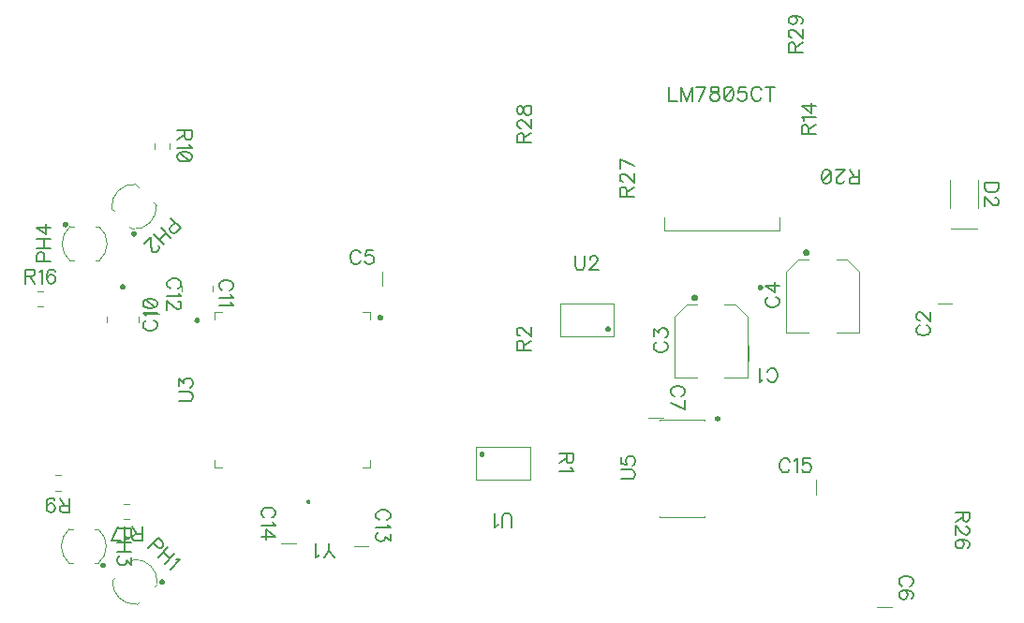
<source format=gbr>
G04 DipTrace 5.1.0.3*
G04 Íèæíÿÿìàðêèðîâêà.gbr*
%MOMM*%
G04 #@! TF.FileFunction,Legend,Bot*
G04 #@! TF.Part,Single*
%ADD10C,0.12*%
%ADD34C,0.1*%
%ADD106C,0.19608*%
%FSLAX35Y35*%
G04*
G71*
G90*
G75*
G01*
G04 BotSilk*
%LPD*%
X8689590Y4934096D2*
D10*
X8689603Y4804196D1*
X10529927Y5317656D2*
X10400027Y5317644D1*
X8016983Y4650508D2*
X8221980Y4650437D1*
X8016983Y4650508D2*
X8016957Y5200431D1*
X8126975Y5310406D2*
X8016957Y5200431D1*
X8126975Y5310406D2*
X8221948Y5310411D1*
X8471986Y4650449D2*
X8676983Y4650539D1*
X8676957Y5200462D1*
X8566928Y5310427D2*
X8676957Y5200462D1*
X8471955Y5310423D2*
X8566928Y5310427D1*
G36*
X8201963Y5340513D2*
X8198050Y5340769D1*
X8194204Y5341534D1*
X8190490Y5342795D1*
X8186973Y5344529D1*
X8183712Y5346708D1*
X8180764Y5349293D1*
X8178178Y5352241D1*
X8175999Y5355502D1*
X8174264Y5359019D1*
X8173004Y5362732D1*
X8172238Y5366579D1*
X8171982Y5370492D1*
X8172238Y5374405D1*
X8173003Y5378251D1*
X8174263Y5381965D1*
X8175998Y5385482D1*
X8178176Y5388743D1*
X8180762Y5391691D1*
X8183710Y5394277D1*
X8186971Y5396456D1*
X8190488Y5398190D1*
X8194201Y5399451D1*
X8198047Y5400216D1*
X8201960Y5400473D1*
X8201994D1*
X8205907Y5400217D1*
X8209753Y5399452D1*
X8213467Y5398192D1*
X8216984Y5396457D1*
X8220245Y5394279D1*
X8223193Y5391693D1*
X8225779Y5388745D1*
X8227958Y5385484D1*
X8229693Y5381967D1*
X8230953Y5378254D1*
X8231718Y5374408D1*
X8231975Y5370495D1*
X8231719Y5366581D1*
X8230954Y5362735D1*
X8229694Y5359022D1*
X8227959Y5355504D1*
X8225781Y5352244D1*
X8223195Y5349295D1*
X8220247Y5346709D1*
X8216986Y5344530D1*
X8213469Y5342796D1*
X8209756Y5341535D1*
X8205910Y5340770D1*
X8201997Y5340513D1*
X8201963D1*
G37*
X9025915Y5061056D2*
D10*
X9230911Y5060983D1*
X9025915Y5061056D2*
X9025896Y5610979D1*
X9135916Y5720953D2*
X9025896Y5610979D1*
X9135916Y5720953D2*
X9230889Y5720956D1*
X9480918Y5060991D2*
X9685915Y5061078D1*
X9685896Y5611001D1*
X9575869Y5720967D2*
X9685896Y5611001D1*
X9480896Y5720964D2*
X9575869Y5720967D1*
G36*
X9210905Y5751059D2*
X9206992Y5751315D1*
X9203146Y5752080D1*
X9199432Y5753340D1*
X9195915Y5755075D1*
X9192654Y5757253D1*
X9189706Y5759839D1*
X9187120Y5762787D1*
X9184941Y5766048D1*
X9183207Y5769565D1*
X9181946Y5773278D1*
X9181181Y5777124D1*
X9180924Y5781038D1*
X9181180Y5784951D1*
X9181945Y5788797D1*
X9183206Y5792511D1*
X9184940Y5796028D1*
X9187119Y5799288D1*
X9189704Y5802237D1*
X9192653Y5804823D1*
X9195913Y5807002D1*
X9199430Y5808736D1*
X9203144Y5809997D1*
X9206990Y5810762D1*
X9210903Y5811019D1*
X9210936D1*
X9214850Y5810762D1*
X9218696Y5809997D1*
X9222409Y5808737D1*
X9225927Y5807003D1*
X9229187Y5804824D1*
X9232136Y5802238D1*
X9234722Y5799290D1*
X9236900Y5796029D1*
X9238635Y5792512D1*
X9239896Y5788799D1*
X9240661Y5784953D1*
X9240917Y5781040D1*
X9240661Y5777126D1*
X9239896Y5773280D1*
X9238636Y5769567D1*
X9236901Y5766049D1*
X9234723Y5762789D1*
X9232137Y5759840D1*
X9229189Y5757254D1*
X9225928Y5755076D1*
X9222411Y5753341D1*
X9218698Y5752080D1*
X9214852Y5751315D1*
X9210938Y5751059D1*
X9210905D1*
G37*
X5378262Y5477089D2*
D10*
X5378258Y5606989D1*
X9851041Y2572331D2*
X9980941Y2572336D1*
X7787213Y4286567D2*
X7917113D1*
G36*
X3033326Y5444170D2*
X3030063Y5444384D1*
X3026856Y5445022D1*
X3023760Y5446073D1*
X3020827Y5447519D1*
X3018109Y5449335D1*
X3015650Y5451491D1*
X3013495Y5453949D1*
X3011678Y5456668D1*
X3010232Y5459600D1*
X3009181Y5462697D1*
X3008543Y5465904D1*
X3008329Y5469166D1*
X3008543Y5472429D1*
X3009180Y5475636D1*
X3010231Y5478732D1*
X3011677Y5481665D1*
X3013494Y5484383D1*
X3015650Y5486842D1*
X3018108Y5488998D1*
X3020827Y5490814D1*
X3023759Y5492260D1*
X3026855Y5493312D1*
X3030062Y5493949D1*
X3033325Y5494163D1*
X3033338D1*
X3036601Y5493950D1*
X3039808Y5493312D1*
X3042904Y5492261D1*
X3045837Y5490815D1*
X3048555Y5488998D1*
X3051014Y5486842D1*
X3053170Y5484384D1*
X3054986Y5481665D1*
X3056432Y5478733D1*
X3057484Y5475637D1*
X3058122Y5472430D1*
X3058335Y5469167D1*
X3058122Y5465904D1*
X3057484Y5462698D1*
X3056433Y5459601D1*
X3054987Y5456669D1*
X3053170Y5453950D1*
X3051014Y5451492D1*
X3048556Y5449336D1*
X3045837Y5447519D1*
X3042905Y5446073D1*
X3039809Y5445022D1*
X3036602Y5444384D1*
X3033339Y5444170D1*
X3033326D1*
G37*
X3173337Y5204149D2*
D10*
X3173338Y5154156D1*
X2893337Y5204144D2*
X2893338Y5154151D1*
G36*
X3705939Y5190613D2*
X3709202Y5190400D1*
X3712409Y5189762D1*
X3715505Y5188711D1*
X3718438Y5187265D1*
X3721156Y5185449D1*
X3723615Y5183293D1*
X3725771Y5180835D1*
X3727588Y5178117D1*
X3729034Y5175184D1*
X3730085Y5172088D1*
X3730723Y5168881D1*
X3730937Y5165618D1*
X3730724Y5162356D1*
X3730086Y5159149D1*
X3729035Y5156053D1*
X3727589Y5153120D1*
X3725773Y5150401D1*
X3723617Y5147943D1*
X3721159Y5145787D1*
X3718441Y5143970D1*
X3715508Y5142523D1*
X3712412Y5141472D1*
X3709205Y5140834D1*
X3705943Y5140620D1*
X3705929D1*
X3702666Y5140834D1*
X3699460Y5141471D1*
X3696363Y5142522D1*
X3693431Y5143968D1*
X3690712Y5145784D1*
X3688253Y5147940D1*
X3686097Y5150398D1*
X3684281Y5153117D1*
X3682834Y5156049D1*
X3681783Y5159145D1*
X3681145Y5162352D1*
X3680931Y5165615D1*
X3681144Y5168878D1*
X3681782Y5172085D1*
X3682833Y5175181D1*
X3684279Y5178114D1*
X3686095Y5180832D1*
X3688251Y5183291D1*
X3690709Y5185447D1*
X3693428Y5187264D1*
X3696360Y5188710D1*
X3699456Y5189761D1*
X3702663Y5190399D1*
X3705926Y5190613D1*
X3705939D1*
G37*
X3565916Y5430627D2*
D10*
X3565912Y5480620D1*
X3845916Y5430646D2*
X3845912Y5480640D1*
X3236453Y5223462D2*
X3366353Y5223471D1*
X5124754Y3130324D2*
X5254654Y3130329D1*
X4466183Y3150430D2*
X4596083D1*
X9294413Y3594355D2*
X9294407Y3724255D1*
X10763733Y6183627D2*
D34*
X10763719Y6437627D1*
X10509733Y6183613D2*
X10509719Y6437613D1*
X10756743Y6000627D2*
X10516743Y6000613D1*
X8970239Y6094316D2*
X8970248Y5981316D1*
X7928248Y5981237D1*
X7928239Y6094237D1*
G36*
X8773287Y5464511D2*
X8773501Y5467775D1*
X8774139Y5470982D1*
X8775190Y5474079D1*
X8776636Y5477012D1*
X8778452Y5479731D1*
X8780608Y5482190D1*
X8783067Y5484346D1*
X8785786Y5486163D1*
X8788719Y5487610D1*
X8791815Y5488661D1*
X8795022Y5489299D1*
X8798286Y5489513D1*
X8801549Y5489300D1*
X8804756Y5488662D1*
X8807853Y5487611D1*
X8810786Y5486165D1*
X8813505Y5484348D1*
X8815964Y5482192D1*
X8818120Y5479734D1*
X8819937Y5477015D1*
X8821384Y5474082D1*
X8822435Y5470986D1*
X8823073Y5467778D1*
X8823287Y5464515D1*
D1*
X8823074Y5461252D1*
X8822436Y5458045D1*
X8821385Y5454948D1*
X8819939Y5452015D1*
X8818122Y5449296D1*
X8815967Y5446837D1*
X8813508Y5444681D1*
X8810789Y5442864D1*
X8807856Y5441417D1*
X8804760Y5440366D1*
X8801553Y5439727D1*
X8798289Y5439513D1*
X8795026Y5439727D1*
X8791819Y5440365D1*
X8788722Y5441416D1*
X8785789Y5442862D1*
X8783070Y5444678D1*
X8780611Y5446834D1*
X8778455Y5449293D1*
X8776638Y5452012D1*
X8775191Y5454944D1*
X8774140Y5458041D1*
X8773502Y5461248D1*
X8773287Y5464511D1*
D1*
G37*
X3345029Y2787554D2*
D10*
X3322338Y2764863D1*
X3125828Y3006760D2*
X3100276Y2981207D1*
X3345029Y2787554D2*
G03X3125828Y3006760I-200771J18434D01*
G01*
X3159642Y2602167D2*
G02X2940439Y2821370I-17435J201768D01*
G01*
G36*
X3371055Y2822141D2*
X3373514Y2824297D1*
X3376233Y2826114D1*
X3379166Y2827560D1*
X3382262Y2828612D1*
X3385470Y2829249D1*
X3388733Y2829463D1*
X3391996Y2829249D1*
X3395203Y2828612D1*
X3398300Y2827560D1*
X3401233Y2826114D1*
X3403952Y2824297D1*
X3406411Y2822141D1*
X3408567Y2819682D1*
X3410384Y2816963D1*
X3411830Y2814030D1*
X3412881Y2810934D1*
X3413519Y2807727D1*
X3413733Y2804463D1*
X3413519Y2801200D1*
X3412881Y2797993D1*
X3411830Y2794896D1*
X3410384Y2791963D1*
X3408567Y2789244D1*
X3406411Y2786786D1*
D1*
X3403952Y2784630D1*
X3401233Y2782813D1*
X3398300Y2781366D1*
X3395203Y2780315D1*
X3391996Y2779677D1*
X3388733Y2779463D1*
X3385470Y2779677D1*
X3382262Y2780315D1*
X3379166Y2781366D1*
X3376233Y2782813D1*
X3373514Y2784630D1*
X3371055Y2786786D1*
X3368899Y2789244D1*
X3367082Y2791963D1*
X3365636Y2794896D1*
X3364585Y2797993D1*
X3363947Y2801200D1*
X3363733Y2804463D1*
X3363947Y2807727D1*
X3364585Y2810934D1*
X3365636Y2814030D1*
X3367082Y2816963D1*
X3368899Y2819682D1*
X3371055Y2822141D1*
D1*
G37*
X3182336Y2624861D2*
D10*
X3159642Y2602167D1*
X2965989Y2846920D2*
X2940439Y2821370D1*
X3119132Y5992871D2*
X3096440Y6015561D1*
X3338332Y6212077D2*
X3312779Y6237628D1*
X3119132Y5992871D2*
G03X3338332Y6212077I18429J200772D01*
G01*
X2933741Y6178253D2*
G02X3152939Y6397461I201768J17440D01*
G01*
G36*
X3153720Y5966845D2*
X3155876Y5964387D1*
X3157693Y5961668D1*
X3159139Y5958735D1*
X3160190Y5955638D1*
X3160828Y5952431D1*
X3161042Y5949168D1*
X3160829Y5945905D1*
X3160191Y5942697D1*
X3159140Y5939601D1*
X3157693Y5936668D1*
X3155877Y5933949D1*
X3153720Y5931490D1*
X3151262Y5929334D1*
X3148543Y5927517D1*
X3145610Y5926070D1*
X3142513Y5925019D1*
X3139306Y5924381D1*
X3136043Y5924167D1*
X3132780Y5924381D1*
X3129572Y5925019D1*
X3126476Y5926070D1*
X3123543Y5927516D1*
X3120824Y5929333D1*
X3118365Y5931489D1*
D1*
X3116209Y5933948D1*
X3114392Y5936667D1*
X3112946Y5939599D1*
X3111894Y5942696D1*
X3111256Y5945903D1*
X3111042Y5949166D1*
X3111256Y5952430D1*
X3111894Y5955637D1*
X3112945Y5958734D1*
X3114391Y5961667D1*
X3116208Y5964386D1*
X3118364Y5966844D1*
X3120823Y5969001D1*
X3123542Y5970817D1*
X3126475Y5972264D1*
X3129571Y5973315D1*
X3132779Y5973953D1*
X3136042Y5974167D1*
X3139305Y5973953D1*
X3142512Y5973315D1*
X3145609Y5972264D1*
X3148542Y5970818D1*
X3151261Y5969001D1*
X3153720Y5966845D1*
D1*
G37*
X2956435Y6155560D2*
D10*
X2933741Y6178253D1*
X3178489Y6371912D2*
X3152939Y6397461D1*
X2812427Y2971267D2*
X2780337Y2971266D1*
X2812423Y3281267D2*
X2776286Y3281266D1*
X2812427Y2971267D2*
G03X2812423Y3281267I-128936J154998D01*
G01*
X2550251Y2971260D2*
G02X2550243Y3281260I130339J155003D01*
G01*
G36*
X2855287Y2977321D2*
X2858550Y2977107D1*
X2861758Y2976469D1*
X2864854Y2975418D1*
X2867787Y2973972D1*
X2870506Y2972155D1*
X2872965Y2969999D1*
X2875121Y2967541D1*
X2876938Y2964822D1*
X2878384Y2961889D1*
X2879436Y2958792D1*
X2880074Y2955585D1*
X2880288Y2952322D1*
X2880074Y2949058D1*
X2879436Y2945851D1*
X2878385Y2942755D1*
X2876939Y2939822D1*
X2875122Y2937102D1*
X2872966Y2934644D1*
X2870507Y2932488D1*
X2867788Y2930671D1*
X2864855Y2929224D1*
X2861759Y2928173D1*
X2858551Y2927535D1*
X2855288Y2927321D1*
D1*
X2852025Y2927535D1*
X2848818Y2928173D1*
X2845721Y2929224D1*
X2842788Y2930670D1*
X2840069Y2932487D1*
X2837610Y2934643D1*
X2835454Y2937101D1*
X2833637Y2939820D1*
X2832191Y2942753D1*
X2831140Y2945850D1*
X2830502Y2949057D1*
X2830288Y2952320D1*
X2830501Y2955584D1*
X2831139Y2958791D1*
X2832190Y2961888D1*
X2833637Y2964820D1*
X2835453Y2967540D1*
X2837610Y2969998D1*
X2840068Y2972154D1*
X2842787Y2973971D1*
X2845720Y2975418D1*
X2848817Y2976469D1*
X2852024Y2977107D1*
X2855287Y2977321D1*
D1*
G37*
X2582344Y2971261D2*
D10*
X2550251Y2971260D1*
X2586376Y3281261D2*
X2550243Y3281260D1*
X2557947Y6015161D2*
X2590037Y6015162D1*
X2557950Y5705161D2*
X2594086Y5705162D1*
X2557947Y6015161D2*
G03X2557950Y5705161I128935J-154999D01*
G01*
X2820124Y6015166D2*
G02X2820130Y5705166I-130340J-155002D01*
G01*
G36*
X2515087Y6009107D2*
X2511824Y6009321D1*
X2508617Y6009959D1*
X2505520Y6011010D1*
X2502587Y6012456D1*
X2499868Y6014273D1*
X2497410Y6016429D1*
X2495253Y6018888D1*
X2493437Y6021607D1*
X2491990Y6024539D1*
X2490939Y6027636D1*
X2490301Y6030843D1*
X2490087Y6034107D1*
X2490301Y6037370D1*
X2490939Y6040577D1*
X2491990Y6043674D1*
X2493436Y6046607D1*
X2495253Y6049326D1*
X2497409Y6051784D1*
X2499868Y6053941D1*
X2502587Y6055757D1*
X2505519Y6057204D1*
X2508616Y6058255D1*
X2511823Y6058893D1*
X2515086Y6059107D1*
D1*
X2518350Y6058893D1*
X2521557Y6058255D1*
X2524654Y6057204D1*
X2527587Y6055758D1*
X2530306Y6053941D1*
X2532764Y6051785D1*
X2534920Y6049326D1*
X2536737Y6046607D1*
X2538184Y6043674D1*
X2539235Y6040578D1*
X2539873Y6037371D1*
X2540087Y6034107D1*
X2539873Y6030844D1*
X2539235Y6027637D1*
X2538184Y6024540D1*
X2536738Y6021607D1*
X2534921Y6018888D1*
X2532765Y6016430D1*
X2530306Y6014273D1*
X2527587Y6012457D1*
X2524654Y6011010D1*
X2521558Y6009959D1*
X2518351Y6009321D1*
X2515087Y6009107D1*
D1*
G37*
X2788031Y6015165D2*
D10*
X2820124Y6015166D1*
X2783996Y5705165D2*
X2820130Y5705166D1*
X2420092Y3629906D2*
D34*
X2472092Y3629907D1*
X2420088Y3769906D2*
X2472088Y3769907D1*
X3460138Y6717066D2*
X3460136Y6769066D1*
X3320138Y6717061D2*
X3320136Y6769061D1*
X2316834Y5432165D2*
X2264834Y5432162D1*
X2316840Y5292165D2*
X2264840Y5292162D1*
X3041438Y3369963D2*
X3093438Y3369964D1*
X3041435Y3509963D2*
X3093435Y3509964D1*
X6716127Y3731230D2*
D10*
Y4026230D1*
X6226127D1*
Y3731230D1*
X6716127D1*
G36*
X6305627Y3958103D2*
X6305413Y3954840D1*
X6304775Y3951633D1*
X6303724Y3948536D1*
X6302277Y3945603D1*
X6300461Y3942884D1*
X6298304Y3940426D1*
X6295846Y3938270D1*
X6293127Y3936453D1*
X6290194Y3935006D1*
X6287097Y3933955D1*
X6283890Y3933317D1*
X6280627Y3933103D1*
X6277364Y3933317D1*
X6274156Y3933955D1*
X6271060Y3935006D1*
X6268127Y3936453D1*
X6265408Y3938270D1*
X6262949Y3940426D1*
X6260793Y3942884D1*
X6258976Y3945603D1*
X6257530Y3948536D1*
X6256479Y3951633D1*
X6255841Y3954840D1*
X6255627Y3958103D1*
D1*
X6255841Y3961367D1*
X6256479Y3964574D1*
X6257530Y3967670D1*
X6258976Y3970603D1*
X6260793Y3973322D1*
X6262949Y3975781D1*
X6265408Y3977937D1*
X6268127Y3979754D1*
X6271060Y3981200D1*
X6274156Y3982252D1*
X6277364Y3982889D1*
X6280627Y3983103D1*
X6283890Y3982889D1*
X6287097Y3982252D1*
X6290194Y3981200D1*
X6293127Y3979754D1*
X6295846Y3977937D1*
X6298304Y3975781D1*
X6300461Y3973322D1*
X6302277Y3970603D1*
X6303724Y3967670D1*
X6304775Y3964574D1*
X6305413Y3961367D1*
X6305627Y3958103D1*
D1*
G37*
X6983667Y5315840D2*
D10*
Y5020840D1*
X7473667D1*
Y5315840D1*
X6983667D1*
G36*
X7394167Y5088967D2*
X7394381Y5092230D1*
X7395019Y5095437D1*
X7396070Y5098534D1*
X7397516Y5101467D1*
X7399333Y5104186D1*
X7401489Y5106644D1*
X7403948Y5108801D1*
X7406667Y5110617D1*
X7409600Y5112064D1*
X7412696Y5113115D1*
X7415904Y5113753D1*
X7419167Y5113967D1*
X7422430Y5113753D1*
X7425637Y5113115D1*
X7428734Y5112064D1*
X7431667Y5110617D1*
X7434386Y5108801D1*
X7436844Y5106644D1*
X7439001Y5104186D1*
X7440817Y5101467D1*
X7442264Y5098534D1*
X7443315Y5095437D1*
X7443953Y5092230D1*
X7444167Y5088967D1*
D1*
X7443953Y5085704D1*
X7443315Y5082496D1*
X7442264Y5079400D1*
X7440817Y5076467D1*
X7439001Y5073748D1*
X7436844Y5071289D1*
X7434386Y5069133D1*
X7431667Y5067316D1*
X7428734Y5065870D1*
X7425637Y5064819D1*
X7422430Y5064181D1*
X7419167Y5063967D1*
X7415904Y5064181D1*
X7412696Y5064819D1*
X7409600Y5065870D1*
X7406667Y5067316D1*
X7403948Y5069133D1*
X7401489Y5071289D1*
X7399333Y5073748D1*
X7397516Y5076467D1*
X7396070Y5079400D1*
X7395019Y5082496D1*
X7394381Y5085704D1*
X7394167Y5088967D1*
D1*
G37*
X5198210Y5240603D2*
D10*
X5265210D1*
Y5173603D1*
X3865210D2*
Y5240603D1*
X3932210D1*
Y3840603D2*
X3865210D1*
Y3907603D1*
X5265210D2*
Y3840603D1*
X5198210D1*
G36*
X5361210Y5167603D2*
X5357947Y5167817D1*
X5354740Y5168455D1*
X5351643Y5169506D1*
X5348710Y5170953D1*
X5345991Y5172770D1*
X5343532Y5174926D1*
X5341376Y5177384D1*
X5339559Y5180103D1*
X5338113Y5183036D1*
X5337062Y5186133D1*
X5336424Y5189340D1*
X5336210Y5192603D1*
X5336424Y5195867D1*
X5337062Y5199074D1*
X5338113Y5202170D1*
X5339559Y5205103D1*
X5341376Y5207822D1*
X5343532Y5210281D1*
X5345991Y5212437D1*
X5348710Y5214254D1*
X5351643Y5215700D1*
X5354740Y5216752D1*
X5357947Y5217389D1*
X5361210Y5217603D1*
D1*
X5364473Y5217389D1*
X5367680Y5216752D1*
X5370777Y5215700D1*
X5373710Y5214254D1*
X5376429Y5212437D1*
X5378888Y5210281D1*
X5381044Y5207822D1*
X5382861Y5205103D1*
X5384307Y5202170D1*
X5385358Y5199074D1*
X5385996Y5195867D1*
X5386210Y5192603D1*
X5385996Y5189340D1*
X5385358Y5186133D1*
X5384307Y5183036D1*
X5382861Y5180103D1*
X5381044Y5177384D1*
X5378888Y5174926D1*
X5376429Y5172770D1*
X5373710Y5170953D1*
X5370777Y5169506D1*
X5367680Y5168455D1*
X5364473Y5167817D1*
X5361210Y5167603D1*
D1*
G37*
X7888793Y4260037D2*
D10*
Y4266037D1*
X8288793D1*
Y4260037D1*
X7888793Y3396037D2*
Y3390037D1*
X8288793D1*
Y3396037D1*
G36*
X8409793Y4254037D2*
X8406530Y4254251D1*
X8403323Y4254889D1*
X8400226Y4255940D1*
X8397293Y4257386D1*
X8394574Y4259203D1*
X8392116Y4261359D1*
X8389960Y4263818D1*
X8388143Y4266537D1*
X8386696Y4269470D1*
X8385645Y4272566D1*
X8385007Y4275774D1*
X8384793Y4279037D1*
X8385007Y4282300D1*
X8385645Y4285507D1*
X8386696Y4288604D1*
X8388143Y4291537D1*
X8389960Y4294256D1*
X8392116Y4296714D1*
X8394574Y4298871D1*
X8397293Y4300687D1*
X8400226Y4302134D1*
X8403323Y4303185D1*
X8406530Y4303823D1*
X8409793Y4304037D1*
D1*
X8413057Y4303823D1*
X8416264Y4303185D1*
X8419360Y4302134D1*
X8422293Y4300687D1*
X8425012Y4298871D1*
X8427471Y4296714D1*
X8429627Y4294256D1*
X8431444Y4291537D1*
X8432890Y4288604D1*
X8433941Y4285507D1*
X8434579Y4282300D1*
X8434793Y4279037D1*
X8434579Y4275774D1*
X8433941Y4272566D1*
X8432890Y4269470D1*
X8431444Y4266537D1*
X8429627Y4263818D1*
X8427471Y4261359D1*
X8425012Y4259203D1*
X8422293Y4257386D1*
X8419360Y4255940D1*
X8416264Y4254889D1*
X8413057Y4254251D1*
X8409793Y4254037D1*
D1*
G37*
G36*
X4710818Y3507487D2*
X4708273Y3507654D1*
X4705772Y3508151D1*
X4703357Y3508971D1*
X4701069Y3510099D1*
X4698949Y3511516D1*
X4697031Y3513198D1*
X4695349Y3515115D1*
X4693932Y3517236D1*
X4692804Y3519523D1*
X4691984Y3521938D1*
X4691487Y3524440D1*
X4691320Y3526985D1*
X4691487Y3529530D1*
X4691984Y3532032D1*
X4692804Y3534447D1*
X4693932Y3536734D1*
X4695349Y3538855D1*
X4697031Y3540772D1*
X4698949Y3542454D1*
X4701069Y3543871D1*
X4703357Y3544999D1*
X4705772Y3545819D1*
X4708273Y3546317D1*
X4710818Y3546483D1*
X4711095D1*
X4713640Y3546317D1*
X4716142Y3545819D1*
X4718557Y3544999D1*
X4720844Y3543871D1*
X4722965Y3542454D1*
X4724882Y3540772D1*
X4726564Y3538855D1*
X4727981Y3536734D1*
X4729109Y3534447D1*
X4729929Y3532032D1*
X4730427Y3529530D1*
X4730593Y3526985D1*
X4730427Y3524440D1*
X4729929Y3521938D1*
X4729109Y3519523D1*
X4727981Y3517236D1*
X4726564Y3515115D1*
X4724882Y3513198D1*
X4722965Y3511516D1*
X4720844Y3510099D1*
X4718557Y3508971D1*
X4716142Y3508151D1*
X4713640Y3507654D1*
X4711095Y3507487D1*
X4710818D1*
G37*
X8858930Y4638499D2*
D106*
X8864968Y4626426D1*
X8877182Y4614214D1*
X8889256Y4608179D1*
X8913543Y4608181D1*
X8925756Y4614219D1*
X8937827Y4626433D1*
X8944003Y4638507D1*
X8950038Y4656758D1*
X8950035Y4687221D1*
X8943997Y4705330D1*
X8937819Y4717543D1*
X8925745Y4729615D1*
X8913530Y4735791D1*
X8889244Y4735788D1*
X8877171Y4729610D1*
X8864959Y4717536D1*
X8858924Y4705322D1*
X8819715Y4632599D2*
X8807502Y4626421D1*
X8789254Y4608309D1*
X8789242Y4735779D1*
X10234331Y5121013D2*
X10222259Y5114975D1*
X10210046Y5102760D1*
X10204011Y5090687D1*
X10204013Y5066400D1*
X10210051Y5054187D1*
X10222266Y5042115D1*
X10234339Y5035940D1*
X10252590Y5029905D1*
X10283053Y5029907D1*
X10301162Y5035946D1*
X10313375Y5042124D1*
X10325447Y5054198D1*
X10331623Y5066412D1*
X10331621Y5090698D1*
X10325443Y5102771D1*
X10313368Y5114983D1*
X10301154Y5121019D1*
X10234468Y5166405D2*
X10228431D1*
X10216217Y5172440D1*
X10210180Y5178476D1*
X10204142Y5190689D1*
X10204140Y5214976D1*
X10210175Y5227049D1*
X10216211Y5233086D1*
X10228424Y5239264D1*
X10240497Y5239265D1*
X10252711Y5233090D1*
X10270822Y5221018D1*
X10331614Y5160237D1*
X10331606Y5245310D1*
X7861304Y4972617D2*
X7849231Y4966580D1*
X7837018Y4954366D1*
X7830982Y4942293D1*
X7830983Y4918006D1*
X7837021Y4905793D1*
X7849235Y4893721D1*
X7861308Y4887544D1*
X7879558Y4881509D1*
X7910022Y4881510D1*
X7928131Y4887547D1*
X7940344Y4893725D1*
X7952417Y4905799D1*
X7958593Y4918012D1*
X7958592Y4942299D1*
X7952414Y4954372D1*
X7940341Y4966585D1*
X7928127Y4972620D1*
X7831119Y5024045D2*
X7831116Y5090728D1*
X7879690Y5054370D1*
Y5072620D1*
X7885726Y5084694D1*
X7891762Y5090731D1*
X7910011Y5096908D1*
X7922085Y5096909D1*
X7940335Y5090733D1*
X7952549Y5078660D1*
X7958586Y5060411D1*
X7958587Y5042161D1*
X7952551Y5024051D1*
X7946375Y5018014D1*
X7934302Y5011836D1*
X8870240Y5380149D2*
X8858168Y5374113D1*
X8845955Y5361899D1*
X8839918Y5349825D1*
X8839919Y5325539D1*
X8845956Y5313326D1*
X8858170Y5301253D1*
X8870243Y5295076D1*
X8888493Y5289040D1*
X8918957Y5289041D1*
X8937066Y5295079D1*
X8949280Y5301256D1*
X8961352Y5313329D1*
X8967529Y5325543D1*
X8967528Y5349830D1*
X8961351Y5361902D1*
X8949277Y5374116D1*
X8937064Y5380152D1*
X8967524Y5480155D2*
X8840054Y5480151D1*
X8924989Y5419367D1*
X8924986Y5510477D1*
X5181637Y5772696D2*
X5175600Y5784769D1*
X5163386Y5796982D1*
X5151313Y5803019D1*
X5127026Y5803018D1*
X5114813Y5796981D1*
X5102740Y5784767D1*
X5096564Y5772694D1*
X5090528Y5754444D1*
X5090529Y5723980D1*
X5096566Y5705871D1*
X5102743Y5693658D1*
X5114817Y5681585D1*
X5127030Y5675408D1*
X5151317Y5675409D1*
X5163390Y5681586D1*
X5175603Y5693660D1*
X5181639Y5705873D1*
X5293711Y5802882D2*
X5233065Y5802881D1*
X5227030Y5748271D1*
X5233067Y5754308D1*
X5251317Y5760485D1*
X5269426Y5760486D1*
X5287676Y5754309D1*
X5299890Y5742236D1*
X5305927Y5723987D1*
X5305928Y5711914D1*
X5299892Y5693663D1*
X5287678Y5681450D1*
X5269429Y5675412D1*
X5251319D1*
X5233069Y5681448D1*
X5227032Y5687625D1*
X5220855Y5699698D1*
X10146646Y2765870D2*
X10158719Y2771907D1*
X10170932Y2784121D1*
X10176968Y2796195D1*
X10176967Y2820481D1*
X10170930Y2832695D1*
X10158716Y2844767D1*
X10146643Y2850944D1*
X10128393Y2856979D1*
X10097929Y2856978D1*
X10079820Y2850941D1*
X10067607Y2844763D1*
X10055534Y2832690D1*
X10049358Y2820476D1*
X10049359Y2796190D1*
X10055536Y2784117D1*
X10067610Y2771904D1*
X10079823Y2765868D1*
X10158724Y2653796D2*
X10170797Y2659833D1*
X10176833Y2678083D1*
X10176832Y2690156D1*
X10170795Y2708406D1*
X10152544Y2720618D1*
X10122221Y2726654D1*
X10091898Y2726653D1*
X10067612Y2720615D1*
X10055399Y2708401D1*
X10049363Y2690151D1*
Y2684114D1*
X10055400Y2666005D1*
X10067614Y2653792D1*
X10085865Y2647756D1*
X10091901D1*
X10110151Y2653794D1*
X10122223Y2666008D1*
X10128259Y2684118D1*
Y2690154D1*
X10122222Y2708404D1*
X10110148Y2720617D1*
X10091898Y2726653D1*
X8082827Y4483183D2*
X8094900Y4489219D1*
X8107113Y4501433D1*
X8113150Y4513506D1*
Y4537793D1*
X8107113Y4550006D1*
X8094900Y4562079D1*
X8082827Y4568256D1*
X8064577Y4574293D1*
X8034113D1*
X8016004Y4568256D1*
X8003790Y4562079D1*
X7991717Y4550006D1*
X7985540Y4537793D1*
Y4513506D1*
X7991717Y4501433D1*
X8003790Y4489219D1*
X8016004Y4483183D1*
X7985540Y4419681D2*
X8113010Y4358894D1*
Y4443967D1*
X3246736Y5167738D2*
X3234663Y5161701D1*
X3222450Y5149488D1*
X3216413Y5137415D1*
X3216414Y5113128D1*
X3222450Y5100915D1*
X3234664Y5088842D1*
X3246737Y5082665D1*
X3264987Y5076629D1*
X3295451D1*
X3313560Y5082666D1*
X3325774Y5088843D1*
X3337847Y5100917D1*
X3344023Y5113130D1*
Y5137417D1*
X3337846Y5149490D1*
X3325772Y5161703D1*
X3313559Y5167739D1*
X3240839Y5206954D2*
X3234662Y5219167D1*
X3216552Y5237417D1*
X3344021Y5237419D1*
X3216550Y5313132D2*
X3222587Y5294883D1*
X3240838Y5282669D1*
X3271161Y5276633D1*
X3289411Y5276634D1*
X3319734Y5282671D1*
X3337983Y5294885D1*
X3344020Y5313135D1*
X3344019Y5325208D1*
X3337983Y5343458D1*
X3319732Y5355530D1*
X3289409Y5361707D1*
X3271159D1*
X3240836Y5355529D1*
X3222586Y5343456D1*
X3216550Y5325205D1*
Y5313132D1*
X3240836Y5355529D2*
X3319734Y5282671D1*
X4001579Y5439765D2*
X4013651Y5445802D1*
X4025864Y5458017D1*
X4031899Y5470090D1*
X4031898Y5494377D1*
X4025860Y5506590D1*
X4013646Y5518662D1*
X4001573Y5524838D1*
X3983322Y5530873D1*
X3952859Y5530871D1*
X3934750Y5524833D1*
X3922536Y5518656D1*
X3910464Y5506582D1*
X3904288Y5494368D1*
X3904290Y5470081D1*
X3910468Y5458009D1*
X3922542Y5445796D1*
X3934755Y5439760D1*
X4007477Y5400550D2*
X4013655Y5388337D1*
X4031766Y5370088D1*
X3904297Y5370079D1*
X4007482Y5330871D2*
X4013660Y5318658D1*
X4031771Y5300409D1*
X3904302Y5300400D1*
X3532050Y5454939D2*
X3544123Y5460976D1*
X3556335Y5473190D1*
X3562371Y5485264D1*
X3562369Y5509550D1*
X3556332Y5521763D1*
X3544118Y5533836D1*
X3532044Y5540012D1*
X3513794Y5546047D1*
X3483330Y5546045D1*
X3465221Y5540007D1*
X3453008Y5533829D1*
X3440936Y5521755D1*
X3434760Y5509541D1*
X3434761Y5485255D1*
X3440939Y5473182D1*
X3453013Y5460970D1*
X3465227Y5454934D1*
X3537949Y5415723D2*
X3544127Y5403510D1*
X3562238Y5385262D1*
X3434768Y5385253D1*
X3531918Y5339867D2*
X3537954D1*
X3550168Y5333832D1*
X3556205Y5327795D1*
X3562242Y5315582D1*
X3562244Y5291296D1*
X3556208Y5279222D1*
X3550172Y5273185D1*
X3537959Y5267008D1*
X3525886Y5267007D1*
X3513672Y5273183D1*
X3495562Y5285255D1*
X3434771Y5346037D1*
X3434777Y5260964D1*
X5420358Y3361792D2*
X5432431Y3367829D1*
X5444644Y3380043D1*
X5450680Y3392116D1*
X5450679Y3416403D1*
X5444642Y3428616D1*
X5432428Y3440688D1*
X5420355Y3446865D1*
X5402104Y3452901D1*
X5371641Y3452899D1*
X5353532Y3446862D1*
X5341318Y3440685D1*
X5329246Y3428611D1*
X5323069Y3416398D1*
X5323070Y3392111D1*
X5329248Y3380038D1*
X5341321Y3367825D1*
X5353535Y3361789D1*
X5426256Y3322576D2*
X5432433Y3310363D1*
X5450544Y3292114D1*
X5323074Y3292109D1*
X5450546Y3240685D2*
X5450548Y3174002D1*
X5401974Y3210360D1*
X5401975Y3192110D1*
X5395939Y3180036D1*
X5389902Y3174000D1*
X5371653Y3167822D1*
X5359579Y3167821D1*
X5341329Y3173998D1*
X5329115Y3186070D1*
X5323078Y3204320D1*
X5323077Y3222570D1*
X5329113Y3240680D1*
X5335290Y3246717D1*
X5347363Y3252894D1*
X4382735Y3384904D2*
X4394808Y3390941D1*
X4407022Y3403154D1*
X4413058Y3415227D1*
Y3439514D1*
X4407022Y3451727D1*
X4394808Y3463800D1*
X4382735Y3469977D1*
X4364485Y3476014D1*
X4334022D1*
X4315912Y3469977D1*
X4303699Y3463800D1*
X4291626Y3451727D1*
X4285449Y3439514D1*
Y3415227D1*
X4291626Y3403154D1*
X4303699Y3390941D1*
X4315912Y3384904D1*
X4388631Y3345688D2*
X4394808Y3333475D1*
X4412918Y3315225D1*
X4285449D1*
Y3215223D2*
X4412918D1*
X4327985Y3276009D1*
Y3184900D1*
X9062944Y3889958D2*
X9056907Y3902031D1*
X9044693Y3914244D1*
X9032620Y3920280D1*
X9008333Y3920279D1*
X8996120Y3914242D1*
X8984047Y3902028D1*
X8977871Y3889954D1*
X8971835Y3871704D1*
X8971837Y3841240D1*
X8977874Y3823131D1*
X8984051Y3810918D1*
X8996125Y3798845D1*
X9008339Y3792669D1*
X9032625Y3792670D1*
X9044698Y3798848D1*
X9056911Y3810921D1*
X9062947Y3823135D1*
X9102159Y3895856D2*
X9114373Y3902033D1*
X9132622Y3920144D1*
X9132627Y3792675D1*
X9244697Y3920149D2*
X9184051Y3920146D1*
X9178017Y3865536D1*
X9184053Y3871573D1*
X9202303Y3877751D1*
X9220412D1*
X9238663Y3871575D1*
X9250877Y3859503D1*
X9256914Y3841253D1*
X9256915Y3829180D1*
X9250879Y3810930D1*
X9238666Y3798716D1*
X9220416Y3792678D1*
X9202307D1*
X9184056Y3798713D1*
X9178020Y3804890D1*
X9171842Y3816963D1*
X10949708Y6408318D2*
X10822098Y6408311D1*
X10822100Y6365775D1*
X10828278Y6347525D1*
X10840352Y6335312D1*
X10852566Y6329276D1*
X10870676Y6323241D1*
X10901139Y6323242D1*
X10919389Y6329280D1*
X10931462Y6335317D1*
X10943674Y6347531D1*
X10949710Y6365782D1*
X10949708Y6408318D1*
X10919251Y6277851D2*
X10925288D1*
X10937502Y6271815D1*
X10943538Y6265779D1*
X10949576Y6253566D1*
X10949577Y6229279D1*
X10943541Y6217206D1*
X10937505Y6211169D1*
X10925292Y6204992D1*
X10913219Y6204991D1*
X10901005Y6211167D1*
X10882895Y6223239D1*
X10822105Y6284022D1*
X10822109Y6198949D1*
X7968724Y7279227D2*
X7968734Y7151617D1*
X8041593Y7151623D1*
X8177955Y7151633D2*
X8177945Y7279243D1*
X8129382Y7151629D1*
X8080799Y7279235D1*
X8080809Y7151626D1*
X8241457Y7151638D2*
X8302234Y7279112D1*
X8217161Y7279105D1*
X8371773Y7279117D2*
X8353664Y7273079D1*
X8347488Y7261006D1*
X8347489Y7248792D1*
X8353667Y7236719D1*
X8365740Y7230543D1*
X8390027Y7224509D1*
X8408278Y7218474D1*
X8420352Y7206261D1*
X8426389Y7194189D1*
X8426390Y7175939D1*
X8420355Y7163865D1*
X8414319Y7157688D1*
X8396069Y7151650D1*
X8371783Y7151648D1*
X8353673Y7157683D1*
X8347495Y7163859D1*
X8341458Y7175932D1*
X8341456Y7194182D1*
X8347492Y7206256D1*
X8359704Y7218470D1*
X8377814Y7224508D1*
X8402100Y7230546D1*
X8414313Y7236724D1*
X8420348Y7248798D1*
X8420347Y7261011D1*
X8414310Y7273084D1*
X8396059Y7279119D1*
X8371773Y7279117D1*
X8502098Y7279127D2*
X8483849Y7273089D1*
X8471637Y7254838D1*
X8465602Y7224515D1*
X8465604Y7206265D1*
X8471643Y7175942D1*
X8483857Y7157693D1*
X8502108Y7151658D1*
X8514181Y7151659D1*
X8532431Y7157697D1*
X8544502Y7175948D1*
X8550677Y7206271D1*
X8550675Y7224521D1*
X8544496Y7254844D1*
X8532422Y7273093D1*
X8514171Y7279128D1*
X8502098Y7279127D1*
X8544496Y7254844D2*
X8471643Y7175942D1*
X8662747Y7279139D2*
X8602100Y7279135D1*
X8596068Y7224525D1*
X8602104Y7230562D1*
X8620354Y7236740D1*
X8638463Y7236741D1*
X8656714Y7230566D1*
X8668928Y7218494D1*
X8674966Y7200244D1*
X8674967Y7188171D1*
X8668932Y7169920D1*
X8656719Y7157706D1*
X8638470Y7151668D1*
X8620360Y7151667D1*
X8602110Y7157702D1*
X8596073Y7163878D1*
X8589895Y7175951D1*
X8805288Y7248967D2*
X8799250Y7261040D1*
X8787036Y7273253D1*
X8774962Y7279288D1*
X8750676Y7279286D1*
X8738463Y7273249D1*
X8726391Y7261034D1*
X8720215Y7248961D1*
X8714179Y7230710D1*
X8714182Y7200247D1*
X8720220Y7182138D1*
X8726398Y7169925D1*
X8738472Y7157853D1*
X8750685Y7151677D1*
X8774972Y7151679D1*
X8787045Y7157856D1*
X8799257Y7169930D1*
X8805293Y7182144D1*
X8887038Y7279297D2*
X8887047Y7151687D1*
X8844501Y7279293D2*
X8929574Y7279300D1*
X3306744Y3156686D2*
X3345458Y3117971D1*
X3362532Y3109434D1*
X3371267D1*
X3384073Y3113703D1*
X3396977Y3126608D1*
X3401246Y3139413D1*
Y3148149D1*
X3392709Y3165222D1*
X3353995Y3203937D1*
X3263761Y3113703D1*
X3441880Y3116051D2*
X3351647Y3025818D1*
X3502036Y3055895D2*
X3411802Y2965662D1*
X3398898Y3073069D2*
X3459053Y3012913D1*
X3512493Y3010893D2*
X3525497Y3006625D1*
X3551207Y3006526D1*
X3461073Y2916391D1*
X3507569Y6050473D2*
X3468856Y6011758D1*
X3460320Y5994683D1*
Y5985948D1*
X3464589Y5973143D1*
X3477494Y5960238D1*
X3490299Y5955970D1*
X3499035D1*
X3516109Y5964508D1*
X3554822Y6003223D1*
X3464586Y6093454D1*
X3466938Y5915335D2*
X3376703Y6005567D1*
X3406784Y5855178D2*
X3316548Y5945409D1*
X3423955Y5958317D2*
X3363800Y5898160D1*
X3353146Y5844620D2*
X3357415Y5840352D1*
X3361783Y5827447D1*
Y5818910D1*
X3357415Y5806005D1*
X3340243Y5788832D1*
X3327437Y5784563D1*
X3318900D1*
X3305896Y5788831D1*
X3297359Y5797368D1*
X3293090Y5810372D1*
X3288821Y5831714D1*
X3288819Y5917679D1*
X3228665Y5857522D1*
X3046363Y3286665D2*
X3046364Y3231915D1*
X3052401Y3213805D1*
X3058578Y3207628D1*
X3070651Y3201592D1*
X3088901Y3201593D1*
X3100974Y3207629D1*
X3107151Y3213807D1*
X3113187Y3231916D1*
X3113186Y3286666D1*
X2985576Y3286663D1*
X3113189Y3162378D2*
X2985579Y3162374D1*
X3113191Y3077304D2*
X2985581Y3077301D1*
X3052402Y3162376D2*
X3052405Y3077303D1*
X3113052Y3025875D2*
X3113054Y2959193D1*
X3064480Y2995551D1*
Y2977301D1*
X3058444Y2965228D1*
X3052408Y2959191D1*
X3034158Y2953014D1*
X3022085Y2953013D1*
X3003834Y2959190D1*
X2991621Y2971263D1*
X2985584Y2989512D1*
X2985583Y3007762D1*
X2991619Y3025872D1*
X2997796Y3031909D1*
X3009869Y3038086D1*
X2324010Y5696747D2*
X2324009Y5751497D1*
X2317972Y5769606D1*
X2311795Y5775783D1*
X2299721Y5781819D1*
X2281471D1*
X2269399Y5775782D1*
X2263222Y5769605D1*
X2257186Y5751495D1*
X2257187Y5696745D1*
X2384796Y5696748D1*
X2257184Y5821034D2*
X2384794Y5821036D1*
X2257183Y5906107D2*
X2384792Y5906110D1*
X2317971Y5821035D2*
X2317969Y5906108D1*
X2384790Y6006112D2*
X2257321Y6006109D1*
X2342255Y5945324D1*
X2342253Y6036434D1*
X7043957Y3962743D2*
Y3908133D1*
X7050134Y3889883D1*
X7056170Y3883706D1*
X7068243Y3877670D1*
X7080457D1*
X7092530Y3883706D1*
X7098707Y3889883D1*
X7104743Y3908133D1*
Y3962743D1*
X6977134D1*
X7043957Y3920206D2*
X6977134Y3877670D1*
X7080316Y3838454D2*
X7086493Y3826241D1*
X7104603Y3807991D1*
X6977134D1*
X6654917Y4899056D2*
Y4953665D1*
X6648740Y4971915D1*
X6642703Y4978092D1*
X6630630Y4984129D1*
X6618417D1*
X6606344Y4978092D1*
X6600167Y4971915D1*
X6594130Y4953665D1*
Y4899056D1*
X6721740D1*
X6654917Y4941592D2*
X6721740Y4984129D1*
X6624594Y5029521D2*
X6618557D1*
X6606344Y5035558D1*
X6600307Y5041595D1*
X6594270Y5053808D1*
Y5078095D1*
X6600307Y5090168D1*
X6606344Y5096204D1*
X6618557Y5102381D1*
X6630630D1*
X6642844Y5096204D1*
X6660953Y5084131D1*
X6721740Y5023345D1*
Y5108418D1*
X2547757Y3494709D2*
X2493148Y3494708D1*
X2474898Y3488530D1*
X2468721Y3482494D1*
X2462685Y3470420D1*
Y3458207D1*
X2468722Y3446134D1*
X2474899Y3439957D1*
X2493149Y3433921D1*
X2547759Y3433922D1*
X2547756Y3561532D1*
X2505221Y3494708D2*
X2462683Y3561530D1*
X2344432Y3476454D2*
X2350609Y3494705D1*
X2362682Y3506918D1*
X2380931Y3512955D1*
X2386968D1*
X2405218Y3506919D1*
X2417292Y3494706D1*
X2423469Y3476456D1*
Y3470420D1*
X2417292Y3452169D1*
X2405220Y3440096D1*
X2386970Y3434059D1*
X2380933D1*
X2362683Y3440095D1*
X2350610Y3452168D1*
X2344432Y3476454D1*
Y3506918D1*
X2350608Y3537241D1*
X2362681Y3555491D1*
X2380930Y3561528D1*
X2393003Y3561529D1*
X2411254Y3555492D1*
X2417290Y3543279D1*
X3595331Y6882592D2*
X3595333Y6827983D1*
X3601511Y6809733D1*
X3607548Y6803556D1*
X3619621Y6797520D1*
X3631835Y6797521D1*
X3643907Y6803558D1*
X3650084Y6809735D1*
X3656120Y6827985D1*
X3656118Y6882595D1*
X3528508Y6882589D1*
X3595333Y6840056D2*
X3528511Y6797516D1*
X3631696Y6758305D2*
X3637873Y6746092D1*
X3655984Y6727842D1*
X3528514Y6727837D1*
X3655987Y6652127D2*
X3649949Y6670376D1*
X3631699Y6682589D1*
X3601375Y6688624D1*
X3583125D1*
X3552803Y6682586D1*
X3534553Y6670372D1*
X3528517Y6652122D1*
X3528518Y6640048D1*
X3534555Y6621799D1*
X3552806Y6609726D1*
X3583129Y6603551D1*
X3601379D1*
X3631702Y6609730D1*
X3649951Y6621803D1*
X3655987Y6640054D1*
Y6652127D1*
X3631702Y6609730D2*
X3552803Y6682586D1*
X9228873Y6847805D2*
X9228871Y6902415D1*
X9222693Y6920664D1*
X9216656Y6926841D1*
X9204583Y6932877D1*
X9192369Y6932876D1*
X9180297Y6926839D1*
X9174120Y6920662D1*
X9168084Y6902412D1*
X9168087Y6847802D1*
X9295696Y6847808D1*
X9228871Y6890342D2*
X9295692Y6932881D1*
X9192508Y6972092D2*
X9186330Y6984305D1*
X9168220Y7002554D1*
X9295689Y7002560D1*
X9295684Y7102563D2*
X9168215Y7102557D1*
X9253151Y7041774D1*
X9253146Y7132884D1*
X2154396Y5567357D2*
X2209005Y5567360D1*
X2227255Y5573538D1*
X2233432Y5579574D1*
X2239468Y5591648D1*
X2239467Y5603861D1*
X2233430Y5615934D1*
X2227253Y5622111D1*
X2209003Y5628146D1*
X2154393Y5628144D1*
X2154399Y5500534D1*
X2196932Y5567359D2*
X2239472Y5500538D1*
X2278683Y5603723D2*
X2290896Y5609900D1*
X2309145Y5628010D1*
X2309151Y5500541D1*
X2421221Y5609906D2*
X2415184Y5621979D1*
X2396934Y5628014D1*
X2384861D1*
X2366611Y5621976D1*
X2354398Y5603726D1*
X2348363Y5573403D1*
X2348365Y5543079D1*
X2354402Y5518793D1*
X2366616Y5506580D1*
X2384866Y5500545D1*
X2390903D1*
X2409012Y5506582D1*
X2421225Y5518796D1*
X2427261Y5537046D1*
Y5543083D1*
X2421223Y5561333D1*
X2409009Y5573405D1*
X2390900Y5579441D1*
X2384863D1*
X2366613Y5573403D1*
X2354400Y5561330D1*
X2348365Y5543079D1*
X3206962Y3234766D2*
X3152352Y3234765D1*
X3134102Y3228588D1*
X3127925Y3222551D1*
X3121889Y3210478D1*
Y3198264D1*
X3127926Y3186192D1*
X3134103Y3180015D1*
X3152353Y3173979D1*
X3206963Y3173980D1*
X3206960Y3301589D1*
X3164425Y3234765D2*
X3121887Y3301588D1*
X3082674Y3198404D2*
X3070460Y3192227D1*
X3052211Y3174117D1*
X3052208Y3301586D1*
X2988706Y3301585D2*
X2927922Y3174114D1*
X3012995Y3174116D1*
X9684569Y6461961D2*
X9629959Y6461957D1*
X9611709Y6455779D1*
X9605533Y6449742D1*
X9599497Y6437669D1*
X9599498Y6425455D1*
X9605535Y6413383D1*
X9611713Y6407206D1*
X9629963Y6401171D1*
X9684573Y6401174D1*
X9684564Y6528784D1*
X9642032Y6461958D2*
X9599491Y6528778D1*
X9554105Y6431629D2*
Y6425593D1*
X9548070Y6413379D1*
X9542033Y6407342D1*
X9529820Y6401305D1*
X9505534Y6401303D1*
X9493460Y6407339D1*
X9487423Y6413375D1*
X9481246Y6425588D1*
X9481245Y6437661D1*
X9487421Y6449875D1*
X9499493Y6467985D1*
X9560275Y6528776D1*
X9475202Y6528770D1*
X9399495Y6401296D2*
X9417745Y6407334D1*
X9429957Y6425585D1*
X9435991Y6455908D1*
X9435990Y6474158D1*
X9429952Y6504481D1*
X9417737Y6522730D1*
X9399487Y6528765D1*
X9387414Y6528764D1*
X9369164Y6522727D1*
X9357092Y6504476D1*
X9350917Y6474152D1*
X9350918Y6455902D1*
X9357097Y6425580D1*
X9369172Y6407331D1*
X9387422Y6401295D1*
X9399495Y6401296D1*
X9357097Y6425580D2*
X9429952Y6504481D1*
X10625140Y3433198D2*
X10625142Y3378589D1*
X10631320Y3360339D1*
X10637357Y3354162D1*
X10649430Y3348126D1*
X10661644Y3348127D1*
X10673716Y3354164D1*
X10679893Y3360341D1*
X10685929Y3378591D1*
X10685927Y3433201D1*
X10558317Y3433196D1*
X10625142Y3390662D2*
X10558321Y3348123D1*
X10655468Y3302734D2*
X10661505D1*
X10673719Y3296698D1*
X10679756Y3290662D1*
X10685793Y3278449D1*
X10685794Y3254162D1*
X10679757Y3242089D1*
X10673721Y3236052D1*
X10661508Y3229874D1*
X10649435D1*
X10637221Y3236050D1*
X10619111Y3248123D1*
X10558322Y3308907D1*
X10558326Y3223834D1*
X10667690Y3111763D2*
X10679763Y3117800D1*
X10685798Y3136050D1*
Y3148123D1*
X10679761Y3166373D1*
X10661510Y3178586D1*
X10631187Y3184621D1*
X10600864Y3184620D1*
X10576577Y3178582D1*
X10564364Y3166368D1*
X10558329Y3148118D1*
Y3142082D1*
X10564366Y3123972D1*
X10576580Y3111759D1*
X10594830Y3105723D1*
X10600867Y3105724D1*
X10619117Y3111761D1*
X10631189Y3123975D1*
X10637225Y3142085D1*
Y3148121D1*
X10631187Y3166371D1*
X10619114Y3178584D1*
X10600864Y3184620D1*
X7587562Y6288041D2*
X7587560Y6342651D1*
X7581383Y6360901D1*
X7575346Y6367078D1*
X7563273Y6373114D1*
X7551059Y6373113D1*
X7538986Y6367076D1*
X7532810Y6360899D1*
X7526774Y6342649D1*
X7526776Y6288039D1*
X7654385Y6288044D1*
X7587561Y6330578D2*
X7654382Y6373117D1*
X7557235Y6418506D2*
X7551198D1*
X7538985Y6424542D1*
X7532948Y6430578D1*
X7526911Y6442792D1*
X7526910Y6467078D1*
X7532946Y6479151D1*
X7538983Y6485188D1*
X7551196Y6491366D1*
X7563269D1*
X7575483Y6485189D1*
X7593593Y6473117D1*
X7654381Y6412332D1*
X7654378Y6497406D1*
X7654376Y6560908D2*
X7526905Y6621690D1*
X7526908Y6536617D1*
X6660355Y6776095D2*
X6660354Y6830705D1*
X6654176Y6848954D1*
X6648139Y6855131D1*
X6636066Y6861167D1*
X6623853D1*
X6611780Y6855130D1*
X6605603Y6848953D1*
X6599567Y6830703D1*
X6599569Y6776093D1*
X6727179Y6776097D1*
X6660354Y6818632D2*
X6727176Y6861170D1*
X6630028Y6906560D2*
X6623992Y6906559D1*
X6611778Y6912596D1*
X6605741Y6918632D1*
X6599704Y6930845D1*
X6599703Y6955132D1*
X6605740Y6967205D1*
X6611776Y6973242D1*
X6623989Y6979419D1*
X6636062D1*
X6648276Y6973243D1*
X6666386Y6961170D1*
X6727174Y6900386D1*
X6727172Y6985459D1*
X6599700Y7054994D2*
X6605737Y7036884D1*
X6617810Y7030708D1*
X6630024D1*
X6642097Y7036885D1*
X6648273Y7048959D1*
X6654309Y7073245D1*
X6660345Y7091496D1*
X6672558Y7103569D1*
X6684631Y7109606D1*
X6702881Y7109607D1*
X6714954Y7103570D1*
X6721131Y7097534D1*
X6727169Y7079284D1*
Y7054998D1*
X6721133Y7036888D1*
X6714957Y7030711D1*
X6702884Y7024674D1*
X6684634Y7024673D1*
X6672560Y7030709D1*
X6660347Y7042923D1*
X6654309Y7061032D1*
X6648272Y7085318D1*
X6642095Y7097532D1*
X6630022Y7103568D1*
X6617808Y7103567D1*
X6605735Y7097530D1*
X6599699Y7079280D1*
X6599700Y7054994D1*
X9110553Y7592320D2*
Y7646929D1*
X9104376Y7665179D1*
X9098340Y7671356D1*
X9086267Y7677393D1*
X9074053D1*
X9061980Y7671356D1*
X9055803Y7665179D1*
X9049767Y7646929D1*
Y7592320D1*
X9177376D1*
X9110553Y7634856D2*
X9177376Y7677393D1*
X9080230Y7722785D2*
X9074194D1*
X9061980Y7728822D1*
X9055944Y7734858D1*
X9049907Y7747072D1*
Y7771358D1*
X9055944Y7783432D1*
X9061980Y7789468D1*
X9074194Y7795645D1*
X9086267D1*
X9098480Y7789468D1*
X9116590Y7777395D1*
X9177376Y7716608D1*
Y7801682D1*
X9092303Y7919934D2*
X9110553Y7913757D1*
X9122767Y7901684D1*
X9128803Y7883434D1*
Y7877397D1*
X9122767Y7859147D1*
X9110553Y7847074D1*
X9092303Y7840897D1*
X9086267D1*
X9068017Y7847074D1*
X9055944Y7859147D1*
X9049907Y7877397D1*
Y7883434D1*
X9055944Y7901684D1*
X9068017Y7913757D1*
X9092303Y7919934D1*
X9122767D1*
X9153090Y7913757D1*
X9171340Y7901684D1*
X9177376Y7883434D1*
Y7871361D1*
X9171340Y7853111D1*
X9159126Y7847074D1*
X6548503Y3297743D2*
Y3388853D1*
X6542466Y3407103D1*
X6530253Y3419176D1*
X6512003Y3425353D1*
X6499930D1*
X6481680Y3419176D1*
X6469466Y3407103D1*
X6463430Y3388853D1*
Y3297743D1*
X6424214Y3322170D2*
X6412001Y3315993D1*
X6393751Y3297884D1*
Y3425353D1*
X7123986Y5749327D2*
Y5658217D1*
X7130022Y5639967D1*
X7142236Y5627894D1*
X7160486Y5621717D1*
X7172559D1*
X7190809Y5627894D1*
X7203022Y5639967D1*
X7209059Y5658217D1*
Y5749327D1*
X7254451Y5718863D2*
Y5724900D1*
X7260488Y5737113D1*
X7266525Y5743150D1*
X7278738Y5749186D1*
X7303025D1*
X7315098Y5743150D1*
X7321134Y5737113D1*
X7327311Y5724900D1*
Y5712827D1*
X7321134Y5700613D1*
X7309061Y5682504D1*
X7248275Y5621717D1*
X7333348D1*
X3538223Y4435922D2*
X3629333D1*
X3647583Y4441959D1*
X3659656Y4454172D1*
X3665833Y4472422D1*
Y4484496D1*
X3659656Y4502746D1*
X3647583Y4514959D1*
X3629333Y4520996D1*
X3538223D1*
X3538364Y4572425D2*
Y4639107D1*
X3586937Y4602748D1*
Y4620998D1*
X3592973Y4633071D1*
X3599010Y4639107D1*
X3617260Y4645284D1*
X3629333D1*
X3647583Y4639107D1*
X3659796Y4627034D1*
X3665833Y4608784D1*
Y4590534D1*
X3659796Y4572425D1*
X3653620Y4566388D1*
X3641546Y4560211D1*
X7536807Y3732356D2*
X7627916D1*
X7646166Y3738392D1*
X7658239Y3750606D1*
X7664416Y3768856D1*
Y3780929D1*
X7658239Y3799179D1*
X7646166Y3811392D1*
X7627916Y3817429D1*
X7536807D1*
X7536947Y3929504D2*
Y3868858D1*
X7591557Y3862821D1*
X7585520Y3868858D1*
X7579343Y3887108D1*
Y3905218D1*
X7585520Y3923468D1*
X7597593Y3935681D1*
X7615843Y3941718D1*
X7627916D1*
X7646166Y3935681D1*
X7658380Y3923468D1*
X7664416Y3905218D1*
Y3887108D1*
X7658380Y3868858D1*
X7652203Y3862821D1*
X7640130Y3856645D1*
X4948359Y3023443D2*
X4899786Y3084230D1*
Y3151053D1*
X4851213Y3023443D2*
X4899786Y3084230D1*
X4811997Y3047870D2*
X4799784Y3041693D1*
X4781534Y3023584D1*
Y3151053D1*
M02*

</source>
